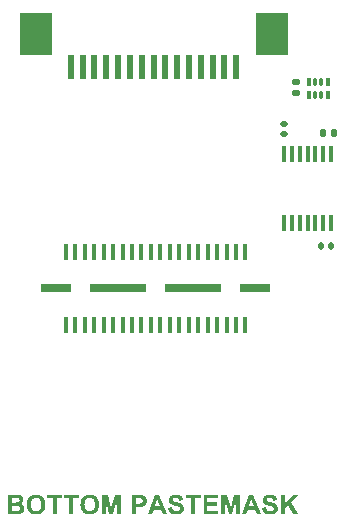
<source format=gbp>
G04*
G04 #@! TF.GenerationSoftware,Altium Limited,Altium Designer,22.5.1 (42)*
G04*
G04 Layer_Color=128*
%FSLAX25Y25*%
%MOIN*%
G70*
G04*
G04 #@! TF.SameCoordinates,A2539C74-7FEE-43BD-A04A-5197B4AA8E51*
G04*
G04*
G04 #@! TF.FilePolarity,Positive*
G04*
G01*
G75*
%ADD12R,0.02402X0.07874*%
%ADD13R,0.10551X0.14173*%
%ADD28R,0.01400X0.05800*%
%ADD29R,0.10000X0.02520*%
%ADD30R,0.18504X0.02520*%
%ADD31R,0.01811X0.05709*%
G04:AMPARAMS|DCode=32|XSize=25.59mil|YSize=15.75mil|CornerRadius=3.94mil|HoleSize=0mil|Usage=FLASHONLY|Rotation=90.000|XOffset=0mil|YOffset=0mil|HoleType=Round|Shape=RoundedRectangle|*
%AMROUNDEDRECTD32*
21,1,0.02559,0.00787,0,0,90.0*
21,1,0.01772,0.01575,0,0,90.0*
1,1,0.00787,0.00394,0.00886*
1,1,0.00787,0.00394,-0.00886*
1,1,0.00787,-0.00394,-0.00886*
1,1,0.00787,-0.00394,0.00886*
%
%ADD32ROUNDEDRECTD32*%
G04:AMPARAMS|DCode=33|XSize=25.59mil|YSize=11.81mil|CornerRadius=2.95mil|HoleSize=0mil|Usage=FLASHONLY|Rotation=90.000|XOffset=0mil|YOffset=0mil|HoleType=Round|Shape=RoundedRectangle|*
%AMROUNDEDRECTD33*
21,1,0.02559,0.00591,0,0,90.0*
21,1,0.01968,0.01181,0,0,90.0*
1,1,0.00591,0.00295,0.00984*
1,1,0.00591,0.00295,-0.00984*
1,1,0.00591,-0.00295,-0.00984*
1,1,0.00591,-0.00295,0.00984*
%
%ADD33ROUNDEDRECTD33*%
G04:AMPARAMS|DCode=34|XSize=19.68mil|YSize=23.62mil|CornerRadius=5.12mil|HoleSize=0mil|Usage=FLASHONLY|Rotation=270.000|XOffset=0mil|YOffset=0mil|HoleType=Round|Shape=RoundedRectangle|*
%AMROUNDEDRECTD34*
21,1,0.01968,0.01339,0,0,270.0*
21,1,0.00945,0.02362,0,0,270.0*
1,1,0.01024,-0.00669,-0.00472*
1,1,0.01024,-0.00669,0.00472*
1,1,0.01024,0.00669,0.00472*
1,1,0.01024,0.00669,-0.00472*
%
%ADD34ROUNDEDRECTD34*%
G04:AMPARAMS|DCode=35|XSize=21.26mil|YSize=23.62mil|CornerRadius=5.53mil|HoleSize=0mil|Usage=FLASHONLY|Rotation=180.000|XOffset=0mil|YOffset=0mil|HoleType=Round|Shape=RoundedRectangle|*
%AMROUNDEDRECTD35*
21,1,0.02126,0.01257,0,0,180.0*
21,1,0.01021,0.02362,0,0,180.0*
1,1,0.01106,-0.00510,0.00628*
1,1,0.01106,0.00510,0.00628*
1,1,0.01106,0.00510,-0.00628*
1,1,0.01106,-0.00510,-0.00628*
%
%ADD35ROUNDEDRECTD35*%
G04:AMPARAMS|DCode=36|XSize=21.26mil|YSize=23.62mil|CornerRadius=5.53mil|HoleSize=0mil|Usage=FLASHONLY|Rotation=270.000|XOffset=0mil|YOffset=0mil|HoleType=Round|Shape=RoundedRectangle|*
%AMROUNDEDRECTD36*
21,1,0.02126,0.01257,0,0,270.0*
21,1,0.01021,0.02362,0,0,270.0*
1,1,0.01106,-0.00628,-0.00510*
1,1,0.01106,-0.00628,0.00510*
1,1,0.01106,0.00628,0.00510*
1,1,0.01106,0.00628,-0.00510*
%
%ADD36ROUNDEDRECTD36*%
G04:AMPARAMS|DCode=37|XSize=19.68mil|YSize=23.62mil|CornerRadius=5.12mil|HoleSize=0mil|Usage=FLASHONLY|Rotation=180.000|XOffset=0mil|YOffset=0mil|HoleType=Round|Shape=RoundedRectangle|*
%AMROUNDEDRECTD37*
21,1,0.01968,0.01339,0,0,180.0*
21,1,0.00945,0.02362,0,0,180.0*
1,1,0.01024,-0.00472,0.00669*
1,1,0.01024,0.00472,0.00669*
1,1,0.01024,0.00472,-0.00669*
1,1,0.01024,-0.00472,-0.00669*
%
%ADD37ROUNDEDRECTD37*%
G36*
X97322Y-68699D02*
X97424Y-68708D01*
X97544Y-68718D01*
X97664Y-68736D01*
X97803Y-68755D01*
X98099Y-68819D01*
X98247Y-68866D01*
X98395Y-68912D01*
X98543Y-68977D01*
X98682Y-69051D01*
X98811Y-69134D01*
X98931Y-69226D01*
X98940Y-69236D01*
X98959Y-69254D01*
X98987Y-69282D01*
X99024Y-69319D01*
X99070Y-69375D01*
X99125Y-69439D01*
X99181Y-69513D01*
X99246Y-69596D01*
X99301Y-69698D01*
X99357Y-69800D01*
X99412Y-69920D01*
X99459Y-70050D01*
X99505Y-70179D01*
X99542Y-70327D01*
X99570Y-70475D01*
X99579Y-70642D01*
X98284Y-70688D01*
Y-70679D01*
Y-70670D01*
X98265Y-70605D01*
X98247Y-70521D01*
X98210Y-70420D01*
X98163Y-70300D01*
X98099Y-70188D01*
X98015Y-70078D01*
X97923Y-69985D01*
X97914Y-69976D01*
X97877Y-69948D01*
X97812Y-69911D01*
X97720Y-69874D01*
X97609Y-69837D01*
X97470Y-69800D01*
X97303Y-69772D01*
X97109Y-69763D01*
X97017D01*
X96915Y-69772D01*
X96795Y-69791D01*
X96656Y-69819D01*
X96508Y-69865D01*
X96369Y-69920D01*
X96240Y-70003D01*
X96230Y-70013D01*
X96212Y-70031D01*
X96175Y-70059D01*
X96138Y-70105D01*
X96101Y-70161D01*
X96064Y-70235D01*
X96045Y-70309D01*
X96036Y-70401D01*
Y-70411D01*
Y-70438D01*
X96045Y-70485D01*
X96064Y-70531D01*
X96082Y-70596D01*
X96110Y-70660D01*
X96156Y-70725D01*
X96221Y-70790D01*
X96230Y-70799D01*
X96276Y-70827D01*
X96304Y-70845D01*
X96351Y-70864D01*
X96397Y-70891D01*
X96461Y-70919D01*
X96536Y-70947D01*
X96619Y-70984D01*
X96721Y-71021D01*
X96822Y-71058D01*
X96952Y-71095D01*
X97091Y-71132D01*
X97238Y-71169D01*
X97405Y-71215D01*
X97414D01*
X97451Y-71224D01*
X97498Y-71234D01*
X97562Y-71252D01*
X97636Y-71271D01*
X97729Y-71298D01*
X97831Y-71326D01*
X97932Y-71354D01*
X98154Y-71428D01*
X98386Y-71502D01*
X98608Y-71585D01*
X98700Y-71631D01*
X98793Y-71678D01*
X98802D01*
X98811Y-71687D01*
X98866Y-71724D01*
X98950Y-71780D01*
X99051Y-71854D01*
X99163Y-71946D01*
X99283Y-72057D01*
X99403Y-72186D01*
X99505Y-72334D01*
X99514Y-72353D01*
X99542Y-72408D01*
X99588Y-72492D01*
X99634Y-72612D01*
X99681Y-72760D01*
X99727Y-72936D01*
X99755Y-73130D01*
X99764Y-73352D01*
Y-73361D01*
Y-73380D01*
Y-73408D01*
Y-73444D01*
X99755Y-73491D01*
X99745Y-73555D01*
X99727Y-73685D01*
X99690Y-73852D01*
X99634Y-74027D01*
X99551Y-74203D01*
X99449Y-74388D01*
Y-74397D01*
X99431Y-74406D01*
X99394Y-74462D01*
X99320Y-74555D01*
X99227Y-74656D01*
X99107Y-74777D01*
X98950Y-74888D01*
X98783Y-74998D01*
X98580Y-75100D01*
X98571D01*
X98552Y-75109D01*
X98524Y-75119D01*
X98478Y-75137D01*
X98423Y-75156D01*
X98358Y-75174D01*
X98284Y-75193D01*
X98201Y-75211D01*
X98099Y-75239D01*
X97997Y-75257D01*
X97757Y-75295D01*
X97488Y-75322D01*
X97192Y-75331D01*
X97072D01*
X96989Y-75322D01*
X96887Y-75313D01*
X96776Y-75304D01*
X96647Y-75285D01*
X96508Y-75257D01*
X96202Y-75193D01*
X96045Y-75147D01*
X95897Y-75100D01*
X95740Y-75036D01*
X95592Y-74962D01*
X95453Y-74878D01*
X95324Y-74777D01*
X95315Y-74767D01*
X95296Y-74749D01*
X95259Y-74721D01*
X95222Y-74675D01*
X95166Y-74610D01*
X95111Y-74536D01*
X95046Y-74453D01*
X94982Y-74360D01*
X94917Y-74249D01*
X94852Y-74129D01*
X94787Y-73990D01*
X94723Y-73842D01*
X94676Y-73685D01*
X94621Y-73509D01*
X94584Y-73324D01*
X94556Y-73130D01*
X95814Y-73010D01*
Y-73019D01*
X95823Y-73037D01*
Y-73075D01*
X95833Y-73111D01*
X95870Y-73223D01*
X95916Y-73361D01*
X95971Y-73519D01*
X96055Y-73676D01*
X96147Y-73814D01*
X96267Y-73944D01*
X96286Y-73953D01*
X96332Y-73990D01*
X96406Y-74037D01*
X96517Y-74092D01*
X96656Y-74147D01*
X96813Y-74194D01*
X96998Y-74231D01*
X97211Y-74240D01*
X97312D01*
X97424Y-74221D01*
X97562Y-74203D01*
X97710Y-74175D01*
X97868Y-74129D01*
X98015Y-74064D01*
X98145Y-73981D01*
X98163Y-73972D01*
X98201Y-73935D01*
X98247Y-73879D01*
X98312Y-73805D01*
X98367Y-73713D01*
X98423Y-73602D01*
X98460Y-73491D01*
X98469Y-73361D01*
Y-73352D01*
Y-73324D01*
X98460Y-73278D01*
X98450Y-73223D01*
X98432Y-73167D01*
X98413Y-73102D01*
X98376Y-73037D01*
X98330Y-72973D01*
X98321Y-72964D01*
X98302Y-72945D01*
X98274Y-72917D01*
X98228Y-72880D01*
X98163Y-72834D01*
X98080Y-72788D01*
X97988Y-72742D01*
X97868Y-72695D01*
X97858D01*
X97821Y-72677D01*
X97757Y-72658D01*
X97710Y-72640D01*
X97655Y-72631D01*
X97590Y-72612D01*
X97516Y-72584D01*
X97433Y-72566D01*
X97340Y-72538D01*
X97229Y-72510D01*
X97109Y-72483D01*
X96979Y-72445D01*
X96832Y-72408D01*
X96822D01*
X96785Y-72399D01*
X96730Y-72381D01*
X96665Y-72362D01*
X96582Y-72334D01*
X96480Y-72307D01*
X96378Y-72270D01*
X96258Y-72233D01*
X96018Y-72140D01*
X95786Y-72029D01*
X95666Y-71974D01*
X95564Y-71909D01*
X95463Y-71844D01*
X95379Y-71780D01*
X95370Y-71770D01*
X95351Y-71752D01*
X95324Y-71724D01*
X95287Y-71687D01*
X95240Y-71631D01*
X95194Y-71567D01*
X95139Y-71502D01*
X95093Y-71419D01*
X94982Y-71224D01*
X94889Y-71003D01*
X94852Y-70882D01*
X94824Y-70762D01*
X94806Y-70623D01*
X94797Y-70485D01*
Y-70475D01*
Y-70466D01*
Y-70438D01*
Y-70401D01*
X94815Y-70309D01*
X94834Y-70188D01*
X94861Y-70050D01*
X94908Y-69893D01*
X94972Y-69726D01*
X95065Y-69569D01*
Y-69560D01*
X95074Y-69550D01*
X95120Y-69495D01*
X95176Y-69421D01*
X95268Y-69328D01*
X95379Y-69226D01*
X95518Y-69116D01*
X95675Y-69014D01*
X95860Y-68921D01*
X95870D01*
X95888Y-68912D01*
X95916Y-68903D01*
X95953Y-68884D01*
X96008Y-68866D01*
X96064Y-68847D01*
X96138Y-68829D01*
X96221Y-68801D01*
X96406Y-68764D01*
X96619Y-68727D01*
X96859Y-68699D01*
X97127Y-68690D01*
X97238D01*
X97322Y-68699D01*
D02*
G37*
G36*
X66011Y-68699D02*
X66112Y-68708D01*
X66233Y-68718D01*
X66353Y-68736D01*
X66492Y-68755D01*
X66787Y-68819D01*
X66936Y-68866D01*
X67084Y-68912D01*
X67232Y-68977D01*
X67370Y-69051D01*
X67500Y-69134D01*
X67620Y-69226D01*
X67629Y-69236D01*
X67648Y-69254D01*
X67676Y-69282D01*
X67712Y-69319D01*
X67759Y-69375D01*
X67814Y-69439D01*
X67870Y-69513D01*
X67935Y-69596D01*
X67990Y-69698D01*
X68046Y-69800D01*
X68101Y-69920D01*
X68147Y-70050D01*
X68194Y-70179D01*
X68231Y-70327D01*
X68258Y-70475D01*
X68268Y-70642D01*
X66973Y-70688D01*
Y-70679D01*
Y-70670D01*
X66954Y-70605D01*
X66936Y-70521D01*
X66899Y-70420D01*
X66852Y-70300D01*
X66787Y-70188D01*
X66704Y-70078D01*
X66612Y-69985D01*
X66602Y-69976D01*
X66566Y-69948D01*
X66501Y-69911D01*
X66408Y-69874D01*
X66297Y-69837D01*
X66159Y-69800D01*
X65992Y-69772D01*
X65798Y-69763D01*
X65705D01*
X65604Y-69772D01*
X65483Y-69791D01*
X65345Y-69819D01*
X65197Y-69865D01*
X65058Y-69920D01*
X64928Y-70003D01*
X64919Y-70013D01*
X64900Y-70031D01*
X64864Y-70059D01*
X64827Y-70105D01*
X64789Y-70161D01*
X64753Y-70235D01*
X64734Y-70309D01*
X64725Y-70401D01*
Y-70411D01*
Y-70438D01*
X64734Y-70485D01*
X64753Y-70531D01*
X64771Y-70596D01*
X64799Y-70660D01*
X64845Y-70725D01*
X64910Y-70790D01*
X64919Y-70799D01*
X64965Y-70827D01*
X64993Y-70845D01*
X65039Y-70864D01*
X65086Y-70891D01*
X65150Y-70919D01*
X65224Y-70947D01*
X65308Y-70984D01*
X65409Y-71021D01*
X65511Y-71058D01*
X65640Y-71095D01*
X65779Y-71132D01*
X65927Y-71169D01*
X66094Y-71215D01*
X66103D01*
X66140Y-71224D01*
X66186Y-71234D01*
X66251Y-71252D01*
X66325Y-71271D01*
X66418Y-71298D01*
X66519Y-71326D01*
X66621Y-71354D01*
X66843Y-71428D01*
X67074Y-71502D01*
X67296Y-71585D01*
X67389Y-71631D01*
X67481Y-71678D01*
X67491D01*
X67500Y-71687D01*
X67555Y-71724D01*
X67638Y-71780D01*
X67740Y-71854D01*
X67851Y-71946D01*
X67972Y-72057D01*
X68092Y-72186D01*
X68194Y-72334D01*
X68203Y-72353D01*
X68231Y-72408D01*
X68277Y-72492D01*
X68323Y-72612D01*
X68369Y-72760D01*
X68415Y-72936D01*
X68443Y-73130D01*
X68453Y-73352D01*
Y-73361D01*
Y-73380D01*
Y-73408D01*
Y-73444D01*
X68443Y-73491D01*
X68434Y-73555D01*
X68415Y-73685D01*
X68379Y-73852D01*
X68323Y-74027D01*
X68240Y-74203D01*
X68138Y-74388D01*
Y-74397D01*
X68120Y-74406D01*
X68083Y-74462D01*
X68009Y-74555D01*
X67916Y-74656D01*
X67796Y-74777D01*
X67638Y-74888D01*
X67472Y-74998D01*
X67269Y-75100D01*
X67259D01*
X67241Y-75109D01*
X67213Y-75119D01*
X67167Y-75137D01*
X67111Y-75156D01*
X67047Y-75174D01*
X66973Y-75193D01*
X66889Y-75211D01*
X66787Y-75239D01*
X66686Y-75257D01*
X66445Y-75295D01*
X66177Y-75322D01*
X65881Y-75331D01*
X65761D01*
X65677Y-75322D01*
X65576Y-75313D01*
X65465Y-75304D01*
X65335Y-75285D01*
X65197Y-75257D01*
X64891Y-75193D01*
X64734Y-75147D01*
X64586Y-75100D01*
X64429Y-75036D01*
X64281Y-74962D01*
X64142Y-74878D01*
X64012Y-74777D01*
X64003Y-74767D01*
X63985Y-74749D01*
X63948Y-74721D01*
X63911Y-74675D01*
X63855Y-74610D01*
X63800Y-74536D01*
X63735Y-74453D01*
X63670Y-74360D01*
X63606Y-74249D01*
X63541Y-74129D01*
X63476Y-73990D01*
X63411Y-73842D01*
X63365Y-73685D01*
X63310Y-73509D01*
X63273Y-73324D01*
X63245Y-73130D01*
X64503Y-73010D01*
Y-73019D01*
X64512Y-73037D01*
Y-73075D01*
X64521Y-73111D01*
X64558Y-73223D01*
X64605Y-73361D01*
X64660Y-73519D01*
X64743Y-73676D01*
X64836Y-73814D01*
X64956Y-73944D01*
X64974Y-73953D01*
X65021Y-73990D01*
X65095Y-74037D01*
X65206Y-74092D01*
X65345Y-74147D01*
X65502Y-74194D01*
X65687Y-74231D01*
X65899Y-74240D01*
X66001D01*
X66112Y-74221D01*
X66251Y-74203D01*
X66399Y-74175D01*
X66556Y-74129D01*
X66704Y-74064D01*
X66834Y-73981D01*
X66852Y-73972D01*
X66889Y-73935D01*
X66936Y-73879D01*
X67000Y-73805D01*
X67056Y-73713D01*
X67111Y-73602D01*
X67148Y-73491D01*
X67158Y-73361D01*
Y-73352D01*
Y-73324D01*
X67148Y-73278D01*
X67139Y-73223D01*
X67121Y-73167D01*
X67102Y-73102D01*
X67065Y-73037D01*
X67019Y-72973D01*
X67010Y-72964D01*
X66991Y-72945D01*
X66963Y-72917D01*
X66917Y-72880D01*
X66852Y-72834D01*
X66769Y-72788D01*
X66676Y-72742D01*
X66556Y-72695D01*
X66547D01*
X66510Y-72677D01*
X66445Y-72658D01*
X66399Y-72640D01*
X66344Y-72631D01*
X66279Y-72612D01*
X66205Y-72584D01*
X66122Y-72566D01*
X66029Y-72538D01*
X65918Y-72510D01*
X65798Y-72483D01*
X65668Y-72445D01*
X65520Y-72408D01*
X65511D01*
X65474Y-72399D01*
X65419Y-72381D01*
X65354Y-72362D01*
X65271Y-72334D01*
X65169Y-72307D01*
X65067Y-72270D01*
X64947Y-72233D01*
X64706Y-72140D01*
X64475Y-72029D01*
X64355Y-71974D01*
X64253Y-71909D01*
X64151Y-71844D01*
X64068Y-71780D01*
X64059Y-71770D01*
X64040Y-71752D01*
X64012Y-71724D01*
X63976Y-71687D01*
X63929Y-71631D01*
X63883Y-71567D01*
X63828Y-71502D01*
X63781Y-71419D01*
X63670Y-71224D01*
X63578Y-71003D01*
X63541Y-70882D01*
X63513Y-70762D01*
X63495Y-70623D01*
X63485Y-70485D01*
Y-70475D01*
Y-70466D01*
Y-70438D01*
Y-70401D01*
X63504Y-70309D01*
X63522Y-70188D01*
X63550Y-70050D01*
X63596Y-69893D01*
X63661Y-69726D01*
X63753Y-69569D01*
Y-69560D01*
X63763Y-69550D01*
X63809Y-69495D01*
X63864Y-69421D01*
X63957Y-69328D01*
X64068Y-69226D01*
X64207Y-69116D01*
X64364Y-69014D01*
X64549Y-68921D01*
X64558D01*
X64577Y-68912D01*
X64605Y-68903D01*
X64641Y-68884D01*
X64697Y-68866D01*
X64753Y-68847D01*
X64827Y-68829D01*
X64910Y-68801D01*
X65095Y-68764D01*
X65308Y-68727D01*
X65548Y-68699D01*
X65816Y-68690D01*
X65927D01*
X66011Y-68699D01*
D02*
G37*
G36*
X104102Y-71308D02*
X106646Y-75211D01*
X104972D01*
X103205Y-72205D01*
X102160Y-73278D01*
Y-75211D01*
X100865D01*
Y-68810D01*
X102160D01*
Y-71659D01*
X104787Y-68810D01*
X106526D01*
X104102Y-71308D01*
D02*
G37*
G36*
X87128Y-75211D02*
X85935D01*
X85926Y-70179D01*
X84668Y-75211D01*
X83419D01*
X82161Y-70179D01*
Y-75211D01*
X80968D01*
Y-68810D01*
X82901D01*
X84048Y-73185D01*
X85186Y-68810D01*
X87128D01*
Y-75211D01*
D02*
G37*
G36*
X47363D02*
X46169D01*
X46160Y-70179D01*
X44902Y-75211D01*
X43653D01*
X42395Y-70179D01*
Y-75211D01*
X41202D01*
Y-68810D01*
X43135D01*
X44282Y-73185D01*
X45420Y-68810D01*
X47363D01*
Y-75211D01*
D02*
G37*
G36*
X94204D02*
X92808D01*
X92253Y-73759D01*
X89681D01*
X89154Y-75211D01*
X87785D01*
X90264Y-68810D01*
X91633D01*
X94204Y-75211D01*
D02*
G37*
G36*
X79765Y-69893D02*
X76315D01*
Y-71308D01*
X79525D01*
Y-72390D01*
X76315D01*
Y-74129D01*
X79886D01*
Y-75211D01*
X75020D01*
Y-68810D01*
X79765D01*
Y-69893D01*
D02*
G37*
G36*
X74178D02*
X72291D01*
Y-75211D01*
X70996D01*
Y-69893D01*
X69100D01*
Y-68810D01*
X74178D01*
Y-69893D01*
D02*
G37*
G36*
X62893Y-75211D02*
X61497D01*
X60941Y-73759D01*
X58370D01*
X57843Y-75211D01*
X56474D01*
X58953Y-68810D01*
X60322D01*
X62893Y-75211D01*
D02*
G37*
G36*
X53625Y-68819D02*
X53865D01*
X54124Y-68838D01*
X54383Y-68857D01*
X54494Y-68866D01*
X54605Y-68875D01*
X54698Y-68893D01*
X54772Y-68912D01*
X54781D01*
X54799Y-68921D01*
X54827Y-68931D01*
X54864Y-68940D01*
X54966Y-68986D01*
X55096Y-69042D01*
X55234Y-69125D01*
X55392Y-69236D01*
X55540Y-69375D01*
X55687Y-69541D01*
Y-69550D01*
X55706Y-69560D01*
X55725Y-69587D01*
X55743Y-69624D01*
X55780Y-69680D01*
X55808Y-69735D01*
X55845Y-69800D01*
X55882Y-69874D01*
X55947Y-70059D01*
X56011Y-70262D01*
X56048Y-70512D01*
X56067Y-70780D01*
Y-70790D01*
Y-70808D01*
Y-70836D01*
Y-70882D01*
X56058Y-70929D01*
Y-70993D01*
X56039Y-71123D01*
X56011Y-71280D01*
X55974Y-71456D01*
X55919Y-71622D01*
X55845Y-71780D01*
X55836Y-71798D01*
X55808Y-71844D01*
X55761Y-71918D01*
X55697Y-72011D01*
X55623Y-72103D01*
X55521Y-72214D01*
X55419Y-72316D01*
X55299Y-72408D01*
X55281Y-72418D01*
X55244Y-72445D01*
X55179Y-72483D01*
X55096Y-72529D01*
X54994Y-72584D01*
X54883Y-72631D01*
X54763Y-72677D01*
X54633Y-72714D01*
X54615D01*
X54587Y-72723D01*
X54550D01*
X54504Y-72732D01*
X54439Y-72742D01*
X54374Y-72751D01*
X54291D01*
X54208Y-72760D01*
X54106Y-72769D01*
X53995Y-72778D01*
X53874Y-72788D01*
X53745D01*
X53606Y-72797D01*
X52459D01*
Y-75211D01*
X51164D01*
Y-68810D01*
X53523D01*
X53625Y-68819D01*
D02*
G37*
G36*
X33423Y-69893D02*
X31536D01*
Y-75211D01*
X30241D01*
Y-69893D01*
X28345D01*
Y-68810D01*
X33423D01*
Y-69893D01*
D02*
G37*
G36*
X27956D02*
X26069D01*
Y-75211D01*
X24774D01*
Y-69893D01*
X22878D01*
Y-68810D01*
X27956D01*
Y-69893D01*
D02*
G37*
G36*
X12897Y-68819D02*
X13082Y-68829D01*
X13267Y-68838D01*
X13443Y-68857D01*
X13600Y-68875D01*
X13619D01*
X13665Y-68884D01*
X13730Y-68903D01*
X13822Y-68931D01*
X13924Y-68967D01*
X14035Y-69014D01*
X14155Y-69069D01*
X14266Y-69143D01*
X14275Y-69152D01*
X14312Y-69180D01*
X14368Y-69226D01*
X14442Y-69282D01*
X14516Y-69365D01*
X14599Y-69458D01*
X14682Y-69560D01*
X14756Y-69680D01*
X14765Y-69698D01*
X14784Y-69735D01*
X14821Y-69809D01*
X14858Y-69902D01*
X14895Y-70013D01*
X14932Y-70133D01*
X14951Y-70281D01*
X14960Y-70429D01*
Y-70438D01*
Y-70447D01*
Y-70503D01*
X14951Y-70586D01*
X14932Y-70697D01*
X14895Y-70827D01*
X14858Y-70965D01*
X14793Y-71104D01*
X14710Y-71252D01*
X14701Y-71271D01*
X14664Y-71317D01*
X14608Y-71382D01*
X14544Y-71465D01*
X14451Y-71548D01*
X14340Y-71650D01*
X14211Y-71733D01*
X14062Y-71816D01*
X14072D01*
X14090Y-71826D01*
X14118Y-71835D01*
X14155Y-71844D01*
X14266Y-71890D01*
X14396Y-71955D01*
X14534Y-72029D01*
X14692Y-72131D01*
X14830Y-72251D01*
X14960Y-72399D01*
X14969Y-72418D01*
X15006Y-72473D01*
X15062Y-72557D01*
X15117Y-72667D01*
X15173Y-72816D01*
X15228Y-72973D01*
X15265Y-73158D01*
X15274Y-73361D01*
Y-73370D01*
Y-73380D01*
Y-73435D01*
X15265Y-73519D01*
X15247Y-73629D01*
X15228Y-73759D01*
X15191Y-73907D01*
X15136Y-74055D01*
X15071Y-74212D01*
X15062Y-74231D01*
X15034Y-74277D01*
X14988Y-74351D01*
X14923Y-74444D01*
X14849Y-74555D01*
X14747Y-74656D01*
X14645Y-74767D01*
X14516Y-74869D01*
X14497Y-74878D01*
X14451Y-74906D01*
X14377Y-74952D01*
X14275Y-74998D01*
X14146Y-75054D01*
X13998Y-75100D01*
X13831Y-75147D01*
X13646Y-75174D01*
X13609D01*
X13572Y-75183D01*
X13480D01*
X13415Y-75193D01*
X13239D01*
X13128Y-75202D01*
X12851D01*
X12694Y-75211D01*
X9919D01*
Y-68810D01*
X12731D01*
X12897Y-68819D01*
D02*
G37*
G36*
X37225Y-68699D02*
X37317D01*
X37437Y-68718D01*
X37576Y-68736D01*
X37733Y-68764D01*
X37900Y-68801D01*
X38076Y-68847D01*
X38261Y-68903D01*
X38445Y-68977D01*
X38640Y-69060D01*
X38825Y-69162D01*
X39010Y-69282D01*
X39186Y-69421D01*
X39352Y-69578D01*
X39361Y-69587D01*
X39389Y-69615D01*
X39435Y-69670D01*
X39481Y-69735D01*
X39546Y-69828D01*
X39620Y-69939D01*
X39694Y-70068D01*
X39778Y-70216D01*
X39861Y-70373D01*
X39935Y-70559D01*
X40009Y-70762D01*
X40074Y-70975D01*
X40129Y-71215D01*
X40166Y-71465D01*
X40194Y-71733D01*
X40203Y-72020D01*
Y-72039D01*
Y-72085D01*
X40194Y-72168D01*
Y-72279D01*
X40175Y-72408D01*
X40157Y-72557D01*
X40129Y-72732D01*
X40101Y-72908D01*
X40055Y-73102D01*
X39999Y-73306D01*
X39926Y-73509D01*
X39842Y-73713D01*
X39750Y-73907D01*
X39630Y-74101D01*
X39500Y-74286D01*
X39352Y-74462D01*
X39343Y-74471D01*
X39315Y-74499D01*
X39269Y-74545D01*
X39195Y-74601D01*
X39112Y-74665D01*
X39010Y-74739D01*
X38890Y-74813D01*
X38760Y-74897D01*
X38603Y-74980D01*
X38436Y-75054D01*
X38251Y-75128D01*
X38048Y-75193D01*
X37835Y-75248D01*
X37604Y-75295D01*
X37363Y-75322D01*
X37104Y-75331D01*
X37040D01*
X36966Y-75322D01*
X36873Y-75313D01*
X36753Y-75304D01*
X36614Y-75285D01*
X36457Y-75257D01*
X36290Y-75221D01*
X36105Y-75174D01*
X35930Y-75119D01*
X35735Y-75045D01*
X35550Y-74962D01*
X35356Y-74869D01*
X35180Y-74749D01*
X35005Y-74619D01*
X34838Y-74462D01*
X34829Y-74453D01*
X34801Y-74425D01*
X34764Y-74370D01*
X34709Y-74305D01*
X34644Y-74212D01*
X34570Y-74101D01*
X34496Y-73981D01*
X34422Y-73833D01*
X34339Y-73676D01*
X34265Y-73491D01*
X34191Y-73296D01*
X34126Y-73084D01*
X34070Y-72852D01*
X34033Y-72603D01*
X34005Y-72334D01*
X33996Y-72057D01*
Y-72048D01*
Y-72011D01*
Y-71965D01*
X34005Y-71890D01*
Y-71807D01*
X34015Y-71715D01*
X34024Y-71604D01*
X34033Y-71483D01*
X34070Y-71224D01*
X34117Y-70947D01*
X34191Y-70670D01*
X34283Y-70411D01*
Y-70401D01*
X34292Y-70392D01*
X34311Y-70364D01*
X34320Y-70327D01*
X34376Y-70235D01*
X34440Y-70114D01*
X34524Y-69976D01*
X34625Y-69837D01*
X34745Y-69680D01*
X34875Y-69532D01*
X34884Y-69523D01*
X34894Y-69513D01*
X34940Y-69467D01*
X35023Y-69393D01*
X35125Y-69310D01*
X35245Y-69217D01*
X35384Y-69116D01*
X35541Y-69023D01*
X35708Y-68949D01*
X35717D01*
X35735Y-68940D01*
X35772Y-68921D01*
X35818Y-68912D01*
X35874Y-68884D01*
X35939Y-68866D01*
X36022Y-68847D01*
X36105Y-68819D01*
X36309Y-68773D01*
X36540Y-68727D01*
X36808Y-68699D01*
X37086Y-68690D01*
X37150D01*
X37225Y-68699D01*
D02*
G37*
G36*
X19335D02*
X19428D01*
X19548Y-68718D01*
X19687Y-68736D01*
X19844Y-68764D01*
X20010Y-68801D01*
X20186Y-68847D01*
X20371Y-68903D01*
X20556Y-68977D01*
X20750Y-69060D01*
X20935Y-69162D01*
X21120Y-69282D01*
X21296Y-69421D01*
X21463Y-69578D01*
X21472Y-69587D01*
X21499Y-69615D01*
X21546Y-69670D01*
X21592Y-69735D01*
X21657Y-69828D01*
X21731Y-69939D01*
X21805Y-70068D01*
X21888Y-70216D01*
X21971Y-70373D01*
X22045Y-70559D01*
X22119Y-70762D01*
X22184Y-70975D01*
X22240Y-71215D01*
X22277Y-71465D01*
X22304Y-71733D01*
X22314Y-72020D01*
Y-72039D01*
Y-72085D01*
X22304Y-72168D01*
Y-72279D01*
X22286Y-72408D01*
X22267Y-72557D01*
X22240Y-72732D01*
X22212Y-72908D01*
X22165Y-73102D01*
X22110Y-73306D01*
X22036Y-73509D01*
X21953Y-73713D01*
X21860Y-73907D01*
X21740Y-74101D01*
X21611Y-74286D01*
X21463Y-74462D01*
X21453Y-74471D01*
X21426Y-74499D01*
X21379Y-74545D01*
X21305Y-74601D01*
X21222Y-74665D01*
X21120Y-74739D01*
X21000Y-74813D01*
X20871Y-74897D01*
X20713Y-74980D01*
X20547Y-75054D01*
X20362Y-75128D01*
X20158Y-75193D01*
X19946Y-75248D01*
X19714Y-75295D01*
X19474Y-75322D01*
X19215Y-75331D01*
X19150D01*
X19076Y-75322D01*
X18983Y-75313D01*
X18863Y-75304D01*
X18724Y-75285D01*
X18567Y-75257D01*
X18401Y-75221D01*
X18216Y-75174D01*
X18040Y-75119D01*
X17846Y-75045D01*
X17661Y-74962D01*
X17467Y-74869D01*
X17291Y-74749D01*
X17115Y-74619D01*
X16949Y-74462D01*
X16939Y-74453D01*
X16912Y-74425D01*
X16874Y-74370D01*
X16819Y-74305D01*
X16754Y-74212D01*
X16680Y-74101D01*
X16606Y-73981D01*
X16532Y-73833D01*
X16449Y-73676D01*
X16375Y-73491D01*
X16301Y-73296D01*
X16236Y-73084D01*
X16181Y-72852D01*
X16144Y-72603D01*
X16116Y-72334D01*
X16107Y-72057D01*
Y-72048D01*
Y-72011D01*
Y-71965D01*
X16116Y-71890D01*
Y-71807D01*
X16125Y-71715D01*
X16135Y-71604D01*
X16144Y-71483D01*
X16181Y-71224D01*
X16227Y-70947D01*
X16301Y-70670D01*
X16394Y-70411D01*
Y-70401D01*
X16403Y-70392D01*
X16421Y-70364D01*
X16431Y-70327D01*
X16486Y-70235D01*
X16551Y-70114D01*
X16634Y-69976D01*
X16736Y-69837D01*
X16856Y-69680D01*
X16986Y-69532D01*
X16995Y-69523D01*
X17004Y-69513D01*
X17050Y-69467D01*
X17133Y-69393D01*
X17235Y-69310D01*
X17356Y-69217D01*
X17494Y-69116D01*
X17652Y-69023D01*
X17818Y-68949D01*
X17827D01*
X17846Y-68940D01*
X17883Y-68921D01*
X17929Y-68912D01*
X17985Y-68884D01*
X18049Y-68866D01*
X18133Y-68847D01*
X18216Y-68819D01*
X18419Y-68773D01*
X18651Y-68727D01*
X18919Y-68699D01*
X19196Y-68690D01*
X19261D01*
X19335Y-68699D01*
D02*
G37*
%LPC*%
G36*
X90939Y-70300D02*
X90070Y-72677D01*
X91837D01*
X90939Y-70300D01*
D02*
G37*
G36*
X59628D02*
X58759Y-72677D01*
X60525D01*
X59628Y-70300D01*
D02*
G37*
G36*
X53421Y-69893D02*
X52459D01*
Y-71715D01*
X53347D01*
X53412Y-71706D01*
X53579D01*
X53745Y-71696D01*
X53912Y-71678D01*
X54060Y-71650D01*
X54124Y-71641D01*
X54180Y-71622D01*
X54189Y-71613D01*
X54226Y-71604D01*
X54272Y-71576D01*
X54328Y-71548D01*
X54393Y-71502D01*
X54457Y-71447D01*
X54531Y-71382D01*
X54587Y-71308D01*
X54596Y-71298D01*
X54615Y-71271D01*
X54633Y-71224D01*
X54661Y-71160D01*
X54689Y-71086D01*
X54716Y-71003D01*
X54725Y-70910D01*
X54735Y-70808D01*
Y-70790D01*
Y-70753D01*
X54725Y-70688D01*
X54707Y-70605D01*
X54679Y-70512D01*
X54642Y-70411D01*
X54596Y-70318D01*
X54522Y-70226D01*
X54513Y-70216D01*
X54485Y-70188D01*
X54439Y-70152D01*
X54383Y-70105D01*
X54309Y-70050D01*
X54217Y-70003D01*
X54115Y-69967D01*
X54004Y-69939D01*
X53995D01*
X53958Y-69929D01*
X53893Y-69920D01*
X53800Y-69911D01*
X53680D01*
X53597Y-69902D01*
X53514D01*
X53421Y-69893D01*
D02*
G37*
G36*
X12499Y-69874D02*
X11214D01*
Y-71354D01*
X12453D01*
X12610Y-71345D01*
X12897D01*
X12953Y-71336D01*
X13008D01*
X13045Y-71326D01*
X13101Y-71317D01*
X13184Y-71289D01*
X13267Y-71262D01*
X13350Y-71224D01*
X13433Y-71178D01*
X13508Y-71114D01*
X13517Y-71104D01*
X13535Y-71077D01*
X13572Y-71039D01*
X13609Y-70975D01*
X13637Y-70901D01*
X13674Y-70818D01*
X13692Y-70716D01*
X13702Y-70605D01*
Y-70596D01*
Y-70559D01*
X13692Y-70503D01*
X13683Y-70429D01*
X13665Y-70355D01*
X13628Y-70281D01*
X13591Y-70198D01*
X13535Y-70124D01*
X13526Y-70114D01*
X13508Y-70096D01*
X13461Y-70059D01*
X13415Y-70022D01*
X13341Y-69985D01*
X13258Y-69948D01*
X13156Y-69920D01*
X13045Y-69902D01*
X13036D01*
X12999Y-69893D01*
X12897D01*
X12842Y-69883D01*
X12601D01*
X12499Y-69874D01*
D02*
G37*
G36*
X12555Y-72418D02*
X11214D01*
Y-74129D01*
X12638D01*
X12777Y-74120D01*
X12925D01*
X13073Y-74111D01*
X13193Y-74101D01*
X13249D01*
X13286Y-74092D01*
X13295D01*
X13332Y-74083D01*
X13387Y-74064D01*
X13452Y-74046D01*
X13526Y-74009D01*
X13609Y-73962D01*
X13683Y-73907D01*
X13757Y-73842D01*
X13767Y-73833D01*
X13785Y-73805D01*
X13813Y-73759D01*
X13850Y-73694D01*
X13887Y-73620D01*
X13915Y-73528D01*
X13933Y-73417D01*
X13942Y-73296D01*
Y-73287D01*
Y-73250D01*
X13933Y-73195D01*
X13924Y-73130D01*
X13905Y-73047D01*
X13878Y-72973D01*
X13840Y-72890D01*
X13794Y-72806D01*
X13785Y-72797D01*
X13767Y-72769D01*
X13739Y-72732D01*
X13692Y-72695D01*
X13637Y-72640D01*
X13563Y-72593D01*
X13480Y-72547D01*
X13387Y-72510D01*
X13378D01*
X13332Y-72492D01*
X13258Y-72483D01*
X13212Y-72473D01*
X13147Y-72464D01*
X13082Y-72455D01*
X12999Y-72445D01*
X12906Y-72436D01*
X12795D01*
X12684Y-72427D01*
X12555Y-72418D01*
D02*
G37*
G36*
X37104Y-69791D02*
X37030D01*
X36975Y-69800D01*
X36901Y-69809D01*
X36827Y-69819D01*
X36642Y-69855D01*
X36438Y-69929D01*
X36327Y-69967D01*
X36216Y-70022D01*
X36115Y-70087D01*
X36004Y-70161D01*
X35902Y-70244D01*
X35809Y-70346D01*
X35800Y-70355D01*
X35791Y-70373D01*
X35763Y-70401D01*
X35735Y-70447D01*
X35698Y-70512D01*
X35661Y-70577D01*
X35615Y-70660D01*
X35569Y-70762D01*
X35523Y-70873D01*
X35476Y-70993D01*
X35439Y-71132D01*
X35402Y-71280D01*
X35375Y-71447D01*
X35347Y-71622D01*
X35337Y-71807D01*
X35328Y-72011D01*
Y-72020D01*
Y-72057D01*
Y-72113D01*
X35337Y-72186D01*
X35347Y-72279D01*
X35356Y-72390D01*
X35375Y-72501D01*
X35393Y-72631D01*
X35449Y-72899D01*
X35541Y-73167D01*
X35597Y-73306D01*
X35661Y-73435D01*
X35745Y-73555D01*
X35828Y-73667D01*
X35837Y-73676D01*
X35855Y-73694D01*
X35883Y-73722D01*
X35920Y-73750D01*
X35967Y-73796D01*
X36031Y-73842D01*
X36096Y-73898D01*
X36179Y-73944D01*
X36355Y-74055D01*
X36577Y-74138D01*
X36697Y-74175D01*
X36827Y-74203D01*
X36966Y-74221D01*
X37104Y-74231D01*
X37178D01*
X37234Y-74221D01*
X37299Y-74212D01*
X37373Y-74203D01*
X37548Y-74157D01*
X37752Y-74092D01*
X37854Y-74046D01*
X37965Y-74000D01*
X38066Y-73935D01*
X38177Y-73861D01*
X38279Y-73778D01*
X38372Y-73676D01*
X38381Y-73667D01*
X38390Y-73648D01*
X38418Y-73620D01*
X38445Y-73574D01*
X38492Y-73509D01*
X38529Y-73435D01*
X38575Y-73352D01*
X38621Y-73250D01*
X38668Y-73139D01*
X38714Y-73019D01*
X38760Y-72880D01*
X38797Y-72723D01*
X38825Y-72566D01*
X38853Y-72390D01*
X38862Y-72196D01*
X38871Y-71992D01*
Y-71983D01*
Y-71946D01*
Y-71890D01*
X38862Y-71807D01*
X38853Y-71715D01*
X38843Y-71613D01*
X38834Y-71493D01*
X38806Y-71372D01*
X38751Y-71104D01*
X38668Y-70827D01*
X38612Y-70688D01*
X38547Y-70568D01*
X38464Y-70447D01*
X38381Y-70337D01*
X38372Y-70327D01*
X38362Y-70309D01*
X38335Y-70290D01*
X38298Y-70253D01*
X38242Y-70207D01*
X38186Y-70161D01*
X38122Y-70114D01*
X38039Y-70059D01*
X37955Y-70013D01*
X37854Y-69967D01*
X37641Y-69874D01*
X37521Y-69837D01*
X37391Y-69819D01*
X37252Y-69800D01*
X37104Y-69791D01*
D02*
G37*
G36*
X19215D02*
X19141D01*
X19085Y-69800D01*
X19011Y-69809D01*
X18937Y-69819D01*
X18752Y-69855D01*
X18549Y-69929D01*
X18438Y-69967D01*
X18327Y-70022D01*
X18225Y-70087D01*
X18114Y-70161D01*
X18012Y-70244D01*
X17920Y-70346D01*
X17911Y-70355D01*
X17901Y-70373D01*
X17874Y-70401D01*
X17846Y-70447D01*
X17809Y-70512D01*
X17772Y-70577D01*
X17726Y-70660D01*
X17679Y-70762D01*
X17633Y-70873D01*
X17587Y-70993D01*
X17550Y-71132D01*
X17513Y-71280D01*
X17485Y-71447D01*
X17457Y-71622D01*
X17448Y-71807D01*
X17439Y-72011D01*
Y-72020D01*
Y-72057D01*
Y-72113D01*
X17448Y-72186D01*
X17457Y-72279D01*
X17467Y-72390D01*
X17485Y-72501D01*
X17504Y-72631D01*
X17559Y-72899D01*
X17652Y-73167D01*
X17707Y-73306D01*
X17772Y-73435D01*
X17855Y-73555D01*
X17938Y-73667D01*
X17948Y-73676D01*
X17966Y-73694D01*
X17994Y-73722D01*
X18031Y-73750D01*
X18077Y-73796D01*
X18142Y-73842D01*
X18206Y-73898D01*
X18290Y-73944D01*
X18465Y-74055D01*
X18688Y-74138D01*
X18808Y-74175D01*
X18937Y-74203D01*
X19076Y-74221D01*
X19215Y-74231D01*
X19289D01*
X19344Y-74221D01*
X19409Y-74212D01*
X19483Y-74203D01*
X19659Y-74157D01*
X19862Y-74092D01*
X19964Y-74046D01*
X20075Y-74000D01*
X20177Y-73935D01*
X20288Y-73861D01*
X20390Y-73778D01*
X20482Y-73676D01*
X20491Y-73667D01*
X20501Y-73648D01*
X20528Y-73620D01*
X20556Y-73574D01*
X20602Y-73509D01*
X20639Y-73435D01*
X20686Y-73352D01*
X20732Y-73250D01*
X20778Y-73139D01*
X20824Y-73019D01*
X20871Y-72880D01*
X20908Y-72723D01*
X20935Y-72566D01*
X20963Y-72390D01*
X20972Y-72196D01*
X20981Y-71992D01*
Y-71983D01*
Y-71946D01*
Y-71890D01*
X20972Y-71807D01*
X20963Y-71715D01*
X20954Y-71613D01*
X20945Y-71493D01*
X20917Y-71372D01*
X20861Y-71104D01*
X20778Y-70827D01*
X20723Y-70688D01*
X20658Y-70568D01*
X20574Y-70447D01*
X20491Y-70337D01*
X20482Y-70327D01*
X20473Y-70309D01*
X20445Y-70290D01*
X20408Y-70253D01*
X20353Y-70207D01*
X20297Y-70161D01*
X20232Y-70114D01*
X20149Y-70059D01*
X20066Y-70013D01*
X19964Y-69967D01*
X19751Y-69874D01*
X19631Y-69837D01*
X19502Y-69819D01*
X19363Y-69800D01*
X19215Y-69791D01*
D02*
G37*
%LPD*%
D12*
X85915Y73802D02*
D03*
X81977D02*
D03*
X78040D02*
D03*
X74103D02*
D03*
X70166D02*
D03*
X66229D02*
D03*
X62292D02*
D03*
X58355D02*
D03*
X54418D02*
D03*
X30796D02*
D03*
X34733D02*
D03*
X38671D02*
D03*
X50481D02*
D03*
X42608D02*
D03*
X46545D02*
D03*
D13*
X19025Y84826D02*
D03*
X97686D02*
D03*
D28*
X117377Y44668D02*
D03*
X114777D02*
D03*
X112277D02*
D03*
X109677D02*
D03*
X107077D02*
D03*
X104577D02*
D03*
X101977D02*
D03*
Y21668D02*
D03*
X104577D02*
D03*
X107077D02*
D03*
X109677D02*
D03*
X112277D02*
D03*
X114777D02*
D03*
X117377D02*
D03*
D29*
X92303Y0D02*
D03*
X25807D02*
D03*
D30*
X71555D02*
D03*
X46555D02*
D03*
D31*
X88976Y12165D02*
D03*
Y-12165D02*
D03*
X85827Y12165D02*
D03*
Y-12165D02*
D03*
X82677Y12165D02*
D03*
Y-12165D02*
D03*
X79528Y12165D02*
D03*
Y-12165D02*
D03*
X76378Y12165D02*
D03*
Y-12165D02*
D03*
X73228Y12165D02*
D03*
Y-12165D02*
D03*
X70079Y12165D02*
D03*
Y-12165D02*
D03*
X66929Y12165D02*
D03*
Y-12165D02*
D03*
X63780Y12165D02*
D03*
Y-12165D02*
D03*
X60630Y12165D02*
D03*
Y-12165D02*
D03*
X57480Y12165D02*
D03*
Y-12165D02*
D03*
X54331Y12165D02*
D03*
Y-12165D02*
D03*
X51181Y12165D02*
D03*
Y-12165D02*
D03*
X48031Y12165D02*
D03*
Y-12165D02*
D03*
X44882Y12165D02*
D03*
Y-12165D02*
D03*
X41732Y12165D02*
D03*
Y-12165D02*
D03*
X38583Y12165D02*
D03*
Y-12165D02*
D03*
X35433Y12165D02*
D03*
Y-12165D02*
D03*
X32283Y12165D02*
D03*
Y-12165D02*
D03*
X29134Y12165D02*
D03*
Y-12165D02*
D03*
D32*
X110105Y68665D02*
D03*
X116404D02*
D03*
X110105Y64335D02*
D03*
X116404D02*
D03*
D33*
X112270Y68665D02*
D03*
X114239D02*
D03*
Y64335D02*
D03*
X112270D02*
D03*
D34*
X101677Y51396D02*
D03*
Y54939D02*
D03*
D35*
X114983Y51668D02*
D03*
X118368D02*
D03*
D36*
X105960Y65279D02*
D03*
Y68664D02*
D03*
D37*
X114057Y14304D02*
D03*
X117600D02*
D03*
M02*

</source>
